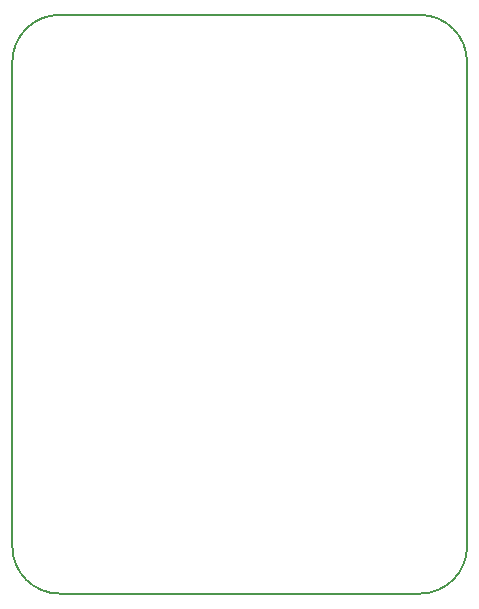
<source format=gm1>
G04 #@! TF.FileFunction,Profile,NP*
%FSLAX46Y46*%
G04 Gerber Fmt 4.6, Leading zero omitted, Abs format (unit mm)*
G04 Created by KiCad (PCBNEW 4.0.1-stable) date 3/13/2016 3:13:32 PM*
%MOMM*%
G01*
G04 APERTURE LIST*
%ADD10C,0.150000*%
G04 APERTURE END LIST*
D10*
X4000000Y0D02*
X34500000Y0D01*
X34500000Y-49000000D02*
X4000000Y-49000000D01*
X38500000Y-4000000D02*
X38500000Y-45000000D01*
X0Y-45000000D02*
X0Y-4000000D01*
X0Y-45000000D02*
G75*
G03X4000000Y-49000000I4000000J0D01*
G01*
X34500000Y-49000000D02*
G75*
G03X38500000Y-45000000I0J4000000D01*
G01*
X38500000Y-4000000D02*
G75*
G03X34500000Y0I-4000000J0D01*
G01*
X4000000Y0D02*
G75*
G03X0Y-4000000I0J-4000000D01*
G01*
M02*

</source>
